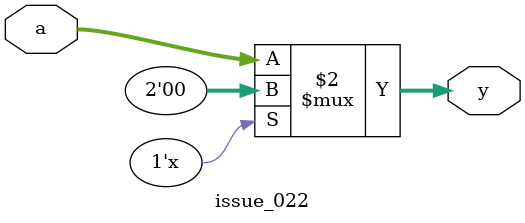
<source format=v>
module issue_022(a, y);
  input [1:0] a;
  output [1:0] y;

  // icarus verilog (git 68f8de2) fails with the following internal error:
  //     internal error: lval-rval width mismatch: rval->vector_width()==1, lval->vector_width()==2
  //     assert: elaborate.cc:150: failed assertion rval->vector_width() >= lval->vector_width()
  assign y = 'bx ? 2'b0 : a;
endmodule

</source>
